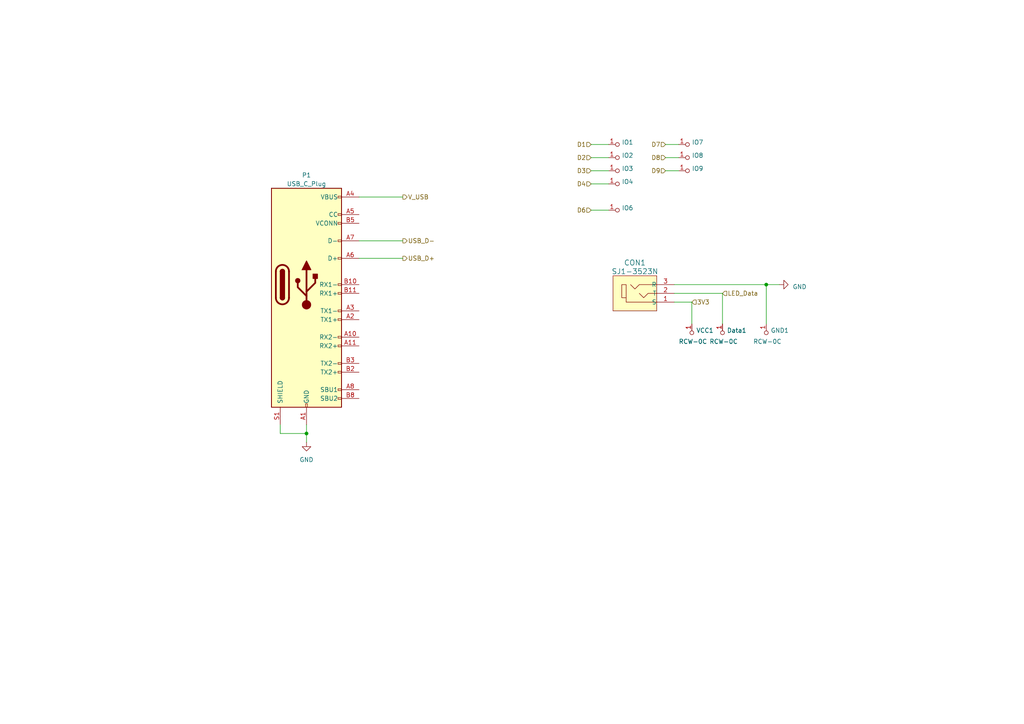
<source format=kicad_sch>
(kicad_sch (version 20230121) (generator eeschema)
  (paper "A4")
  (lib_symbols
    (symbol "Connector:USB_C_Plug" (pin_names (offset 1.016))
      (property "Reference" "P" (at -10.16 29.21 0))
      (property "Value" "USB_C_Plug" (at 10.16 29.21 0))
      (symbol "USB_C_Plug_0_0"
        (rectangle (start -0.254 -35.56) (end 0.254 -34.544))
        (rectangle (start 10.16 -32.766) (end 9.144 -33.274))
        (rectangle (start 10.16 -30.226) (end 9.144 -30.734))
        (rectangle (start 10.16 -25.146) (end 9.144 -25.654))
        (rectangle (start 10.16 -22.606) (end 9.144 -23.114))
        (rectangle (start 10.16 -17.526) (end 9.144 -18.034))
        (rectangle (start 10.16 -14.986) (end 9.144 -15.494))
        (rectangle (start 10.16 -9.906) (end 9.144 -10.414))
        (rectangle (start 10.16 -7.366) (end 9.144 -7.874))
        (rectangle (start 10.16 -2.286) (end 9.144 -2.794))
        (rectangle (start 10.16 0.254) (end 9.144 -0.254))
        (rectangle (start 10.16 7.874) (end 9.144 7.366))
        (rectangle (start 10.16 12.954) (end 9.144 12.446))
        (rectangle (start 10.16 18.034) (end 9.144 17.526))
        (rectangle (start 10.16 20.574) (end 9.144 20.066))
        (rectangle (start 10.16 25.654) (end 9.144 25.146))
      )
      (symbol "USB_C_Plug_0_1"
        (rectangle (start -10.16 27.94) (end 10.16 -35.56) (stroke (width 0.254)) (fill (type background)))
        (arc (start -8.89 -3.81) (mid -6.985 -5.7067) (end -5.08 -3.81) (stroke (width 0.508)))
        (arc (start -7.62 -3.81) (mid -6.985 -4.4423) (end -6.35 -3.81) (stroke (width 0.254)))
        (arc (start -7.62 -3.81) (mid -6.985 -4.4423) (end -6.35 -3.81) (stroke (width 0.254)) (fill (type outline)))
        (rectangle (start -7.62 -3.81) (end -6.35 3.81) (stroke (width 0.254)) (fill (type outline)))
        (arc (start -6.35 3.81) (mid -6.985 4.4423) (end -7.62 3.81) (stroke (width 0.254)))
        (arc (start -6.35 3.81) (mid -6.985 4.4423) (end -7.62 3.81) (stroke (width 0.254)) (fill (type outline)))
        (arc (start -5.08 3.81) (mid -6.985 5.7067) (end -8.89 3.81) (stroke (width 0.508)))
        (polyline (pts (xy -8.89 -3.81) (xy -8.89 3.81)) (stroke (width 0.508)))
        (polyline (pts (xy -5.08 3.81) (xy -5.08 -3.81)) (stroke (width 0.508)))
      )
      (symbol "USB_C_Plug_1_1"
        (circle (center -2.54 1.143) (radius 0.635) (stroke (width 0.254)) (fill (type outline)))
        (circle (center 0 -5.842) (radius 1.27) (fill (type outline)))
        (polyline (pts (xy 0 -5.842) (xy 0 4.318)) (stroke (width 0.508)))
        (polyline (pts (xy 0 -3.302) (xy -2.54 -0.762) (xy -2.54 0.508)) (stroke (width 0.508)))
        (polyline (pts (xy 0 -2.032) (xy 2.54 0.508) (xy 2.54 1.778)) (stroke (width 0.508)))
        (polyline (pts (xy -1.27 4.318) (xy 0 6.858) (xy 1.27 4.318) (xy -1.27 4.318)) (stroke (width 0.254)) (fill (type outline)))
        (rectangle (start 1.905 1.778) (end 3.175 3.048) (stroke (width 0.254)) (fill (type outline)))
        (pin passive line (at 0 -40.64 90) (length 5.08) (name "GND") (number "A1"))
        (pin bidirectional line (at 15.24 -15.24 180) (length 5.08) (name "RX2-") (number "A10"))
        (pin bidirectional line (at 15.24 -17.78 180) (length 5.08) (name "RX2+") (number "A11"))
        (pin passive line (at 0 -40.64 90) (length 5.08) hide (name "GND") (number "A12"))
        (pin bidirectional line (at 15.24 -10.16 180) (length 5.08) (name "TX1+") (number "A2"))
        (pin bidirectional line (at 15.24 -7.62 180) (length 5.08) (name "TX1-") (number "A3"))
        (pin passive line (at 15.24 25.4 180) (length 5.08) (name "VBUS") (number "A4"))
        (pin bidirectional line (at 15.24 20.32 180) (length 5.08) (name "CC") (number "A5"))
        (pin bidirectional line (at 15.24 7.62 180) (length 5.08) (name "D+") (number "A6"))
        (pin bidirectional line (at 15.24 12.7 180) (length 5.08) (name "D-") (number "A7"))
        (pin bidirectional line (at 15.24 -30.48 180) (length 5.08) (name "SBU1") (number "A8"))
        (pin passive line (at 15.24 25.4 180) (length 5.08) hide (name "VBUS") (number "A9"))
        (pin passive line (at 0 -40.64 90) (length 5.08) hide (name "GND") (number "B1"))
        (pin bidirectional line (at 15.24 0 180) (length 5.08) (name "RX1-") (number "B10"))
        (pin bidirectional line (at 15.24 -2.54 180) (length 5.08) (name "RX1+") (number "B11"))
        (pin passive line (at 0 -40.64 90) (length 5.08) hide (name "GND") (number "B12"))
        (pin bidirectional line (at 15.24 -25.4 180) (length 5.08) (name "TX2+") (number "B2"))
        (pin bidirectional line (at 15.24 -22.86 180) (length 5.08) (name "TX2-") (number "B3"))
        (pin passive line (at 15.24 25.4 180) (length 5.08) hide (name "VBUS") (number "B4"))
        (pin bidirectional line (at 15.24 17.78 180) (length 5.08) (name "VCONN") (number "B5"))
        (pin bidirectional line (at 15.24 -33.02 180) (length 5.08) (name "SBU2") (number "B8"))
        (pin passive line (at 15.24 25.4 180) (length 5.08) hide (name "VBUS") (number "B9"))
        (pin passive line (at -7.62 -40.64 90) (length 5.08) (name "SHIELD") (number "S1"))
      )
    )
    (symbol "dk_Barrel-Audio-Connectors:SJ1-3523N" (pin_names (offset 0.0508))
      (property "Reference" "CON" (at -7.62 6.35 0))
      (property "Value" "SJ1-3523N" (at -1.27 -6.35 0))
      (symbol "SJ1-3523N_0_1"
        (polyline (pts (xy 5.08 0) (xy 2.54 0) (xy 1.27 -1.27) (xy 0 0)))
        (polyline (pts (xy 5.08 2.54) (xy 0 2.54) (xy -1.27 1.27) (xy -2.54 2.54)))
        (polyline (pts (xy 5.08 -2.54) (xy -3.81 -2.54) (xy -3.81 2.54) (xy -5.08 2.54) (xy -5.08 -1.27) (xy -3.81 -1.27)))
        (rectangle (start 5.08 5.08) (end -7.62 -5.08) (fill (type background)))
      )
      (symbol "SJ1-3523N_1_1"
        (pin passive line (at 10.16 -2.54 180) (length 5.08) (name "S") (number "1"))
        (pin passive line (at 10.16 0 180) (length 5.08) (name "T") (number "2"))
        (pin passive line (at 10.16 2.54 180) (length 5.08) (name "R") (number "3"))
      )
    )
    (symbol "dk_Test-Points:1508-0-57-15-00-00-03-0" (pin_names (offset 1.016))
      (property "Reference" "TP" (at -2.54 1.27 0))
      (property "Value" "1508-0-57-15-00-00-03-0" (at 0 -2.54 0))
      (symbol "1508-0-57-15-00-00-03-0_0_1"
        (circle (center 0 0) (radius 0.5588))
      )
      (symbol "1508-0-57-15-00-00-03-0_1_1"
        (pin passive line (at 0 2.54 270) (length 1.905) (name "~") (number "1"))
      )
    )
    (symbol "dk_Test-Points:RCW-0C" (pin_names (offset 1.016))
      (property "Reference" "TP" (at -2.54 1.27 0))
      (property "Value" "RCW-0C" (at 0 -2.54 0))
      (symbol "RCW-0C_1_1"
        (circle (center 0 0) (radius 0.5588))
        (pin passive line (at 0 2.54 270) (length 1.905) (name "~") (number "1"))
      )
    )
    (symbol "power:GND" (power) (pin_names (offset 0))
      (property "Value" "GND" (at 0 -3.81 0))
      (symbol "GND_0_1"
        (polyline (pts (xy 0 0) (xy 0 -1.27) (xy 1.27 -1.27) (xy 0 -2.54) (xy -1.27 -1.27) (xy 0 -1.27)))
      )
      (symbol "GND_1_1"
        (pin power_in line (at 0 0 270) (length 0) hide (name "GND") (number "1"))
      )
    )
  )
  (junction (at 222.25 82.55))
  (junction (at 88.9 125.73))
  (wire (pts (xy 226.06 82.55) (xy 222.25 82.55)))
  (wire (pts (xy 171.45 45.72) (xy 176.53 45.72)))
  (wire (pts (xy 104.14 69.85) (xy 116.84 69.85)))
  (wire (pts (xy 195.58 85.09) (xy 209.55 85.09)))
  (wire (pts (xy 104.14 57.15) (xy 116.84 57.15)))
  (wire (pts (xy 195.58 87.63) (xy 200.66 87.63)))
  (wire (pts (xy 209.55 85.09) (xy 209.55 93.98)))
  (wire (pts (xy 222.25 82.55) (xy 222.25 93.98)))
  (wire (pts (xy 193.04 49.53) (xy 196.85 49.53)))
  (wire (pts (xy 88.9 125.73) (xy 88.9 128.27)))
  (wire (pts (xy 195.58 82.55) (xy 222.25 82.55)))
  (wire (pts (xy 104.14 74.93) (xy 116.84 74.93)))
  (wire (pts (xy 193.04 45.72) (xy 196.85 45.72)))
  (wire (pts (xy 81.28 125.73) (xy 88.9 125.73)))
  (wire (pts (xy 171.45 60.96) (xy 176.53 60.96)))
  (wire (pts (xy 171.45 49.53) (xy 176.53 49.53)))
  (wire (pts (xy 171.45 53.34) (xy 176.53 53.34)))
  (wire (pts (xy 81.28 123.19) (xy 81.28 125.73)))
  (wire (pts (xy 193.04 41.91) (xy 196.85 41.91)))
  (wire (pts (xy 200.66 87.63) (xy 200.66 93.98)))
  (wire (pts (xy 88.9 123.19) (xy 88.9 125.73)))
  (wire (pts (xy 171.45 41.91) (xy 176.53 41.91)))
  (hierarchical_label "USB_D+" (shape output) (at 116.84 74.93 0) (property "Intersheetrefs" "${INTERSHEET_REFS}" (effects hide)))
  (hierarchical_label "D2" (shape input) (at 171.45 45.72 180))
  (hierarchical_label "V_USB" (shape output) (at 116.84 57.15 0) (property "Intersheetrefs" "${INTERSHEET_REFS}" (effects hide)))
  (hierarchical_label "USB_D-" (shape output) (at 116.84 69.85 0) (property "Intersheetrefs" "${INTERSHEET_REFS}" (effects hide)))
  (hierarchical_label "D8" (shape input) (at 193.04 45.72 180))
  (hierarchical_label "D9" (shape input) (at 193.04 49.53 180))
  (hierarchical_label "LED_Data" (shape input) (at 209.55 85.09 0) (property "Intersheetrefs" "${INTERSHEET_REFS}" (effects hide)))
  (hierarchical_label "D6" (shape input) (at 171.45 60.96 180))
  (hierarchical_label "3V3" (shape input) (at 200.66 87.63 0) (property "Intersheetrefs" "${INTERSHEET_REFS}" (effects hide)))
  (hierarchical_label "D4" (shape input) (at 171.45 53.34 180))
  (hierarchical_label "D7" (shape input) (at 193.04 41.91 180))
  (hierarchical_label "D3" (shape input) (at 171.45 49.53 180))
  (hierarchical_label "D1" (shape input) (at 171.45 41.91 180))
  (symbol (lib_id "dk_Test-Points:1508-0-57-15-00-00-03-0") (at 179.07 45.72 90) (unit 1)
    (property "Reference" "IO2" (at 180.34 45.085 90) (effects (justify right)))
    (property "Value" "1508-0-57-15-00-00-03-0" (effects hide))
    (property "Footprint" "digikey-footprints:Test-Point-Pin_Drill2.79mm" (effects hide))
    (property "Datasheet" "https://www.mill-max.com/assets/pdfs/224.pdf" (effects hide))
    (property "Digi-Key_PN" "ED1088CT-ND" (effects hide))
    (property "MPN" "1508-0-57-15-00-00-03-0" (effects hide))
    (property "Category" "Test and Measurement" (effects hide))
    (property "Family" "Test Points" (effects hide))
    (property "DK_Datasheet_Link" "https://www.mill-max.com/assets/pdfs/224.pdf" (effects hide))
    (property "DK_Detail_Page" "/product-detail/en/mill-max-manufacturing-corp/1508-0-57-15-00-00-03-0/ED1088CT-ND/3029225" (effects hide))
    (property "Description" "TESTPOINT PIN SMD" (effects hide))
    (property "Manufacturer" "Mill-Max Manufacturing Corp." (effects hide))
    (property "Status" "Active" (effects hide))
  )
  (symbol (lib_id "dk_Test-Points:1508-0-57-15-00-00-03-0") (at 179.07 53.34 90) (unit 1)
    (property "Reference" "IO4" (at 180.34 52.705 90) (effects (justify right)))
    (property "Value" "1508-0-57-15-00-00-03-0" (effects hide))
    (property "Footprint" "digikey-footprints:Test-Point-Pin_Drill2.79mm" (effects hide))
    (property "Datasheet" "https://www.mill-max.com/assets/pdfs/224.pdf" (effects hide))
    (property "Digi-Key_PN" "ED1088CT-ND" (effects hide))
    (property "MPN" "1508-0-57-15-00-00-03-0" (effects hide))
    (property "Category" "Test and Measurement" (effects hide))
    (property "Family" "Test Points" (effects hide))
    (property "DK_Datasheet_Link" "https://www.mill-max.com/assets/pdfs/224.pdf" (effects hide))
    (property "DK_Detail_Page" "/product-detail/en/mill-max-manufacturing-corp/1508-0-57-15-00-00-03-0/ED1088CT-ND/3029225" (effects hide))
    (property "Description" "TESTPOINT PIN SMD" (effects hide))
    (property "Manufacturer" "Mill-Max Manufacturing Corp." (effects hide))
    (property "Status" "Active" (effects hide))
  )
  (symbol (lib_id "power:GND") (at 226.06 82.55 90) (unit 1)
    (property "Reference" "#PWR03" (effects hide))
    (property "Value" "GND" (at 229.87 83.185 90) (effects (justify right)))
  )
  (symbol (lib_id "dk_Test-Points:1508-0-57-15-00-00-03-0") (at 199.39 41.91 90) (unit 1)
    (property "Reference" "IO7" (at 200.66 41.275 90) (effects (justify right)))
    (property "Value" "1508-0-57-15-00-00-03-0" (effects hide))
    (property "Footprint" "digikey-footprints:Test-Point-Pin_Drill2.79mm" (effects hide))
    (property "Datasheet" "https://www.mill-max.com/assets/pdfs/224.pdf" (effects hide))
    (property "Digi-Key_PN" "ED1088CT-ND" (effects hide))
    (property "MPN" "1508-0-57-15-00-00-03-0" (effects hide))
    (property "Category" "Test and Measurement" (effects hide))
    (property "Family" "Test Points" (effects hide))
    (property "DK_Datasheet_Link" "https://www.mill-max.com/assets/pdfs/224.pdf" (effects hide))
    (property "DK_Detail_Page" "/product-detail/en/mill-max-manufacturing-corp/1508-0-57-15-00-00-03-0/ED1088CT-ND/3029225" (effects hide))
    (property "Description" "TESTPOINT PIN SMD" (effects hide))
    (property "Manufacturer" "Mill-Max Manufacturing Corp." (effects hide))
    (property "Status" "Active" (effects hide))
  )
  (symbol (lib_id "dk_Test-Points:1508-0-57-15-00-00-03-0") (at 199.39 49.53 90) (unit 1)
    (property "Reference" "IO9" (at 200.66 48.895 90) (effects (justify right)))
    (property "Value" "1508-0-57-15-00-00-03-0" (effects hide))
    (property "Footprint" "digikey-footprints:Test-Point-Pin_Drill2.79mm" (effects hide))
    (property "Datasheet" "https://www.mill-max.com/assets/pdfs/224.pdf" (effects hide))
    (property "Digi-Key_PN" "ED1088CT-ND" (effects hide))
    (property "MPN" "1508-0-57-15-00-00-03-0" (effects hide))
    (property "Category" "Test and Measurement" (effects hide))
    (property "Family" "Test Points" (effects hide))
    (property "DK_Datasheet_Link" "https://www.mill-max.com/assets/pdfs/224.pdf" (effects hide))
    (property "DK_Detail_Page" "/product-detail/en/mill-max-manufacturing-corp/1508-0-57-15-00-00-03-0/ED1088CT-ND/3029225" (effects hide))
    (property "Description" "TESTPOINT PIN SMD" (effects hide))
    (property "Manufacturer" "Mill-Max Manufacturing Corp." (effects hide))
    (property "Status" "Active" (effects hide))
  )
  (symbol (lib_id "Connector:USB_C_Plug") (at 88.9 82.55 0) (unit 1)
    (property "Reference" "P1" (at 88.9 50.8 0))
    (property "Value" "USB_C_Plug" (at 88.9 53.34 0))
    (property "Footprint" "digikey-footprints:USB-C_Female_E8124-015-01" (effects hide))
    (property "Datasheet" "https://www.usb.org/sites/default/files/documents/usb_type-c.zip" (effects hide))
  )
  (symbol (lib_id "dk_Test-Points:1508-0-57-15-00-00-03-0") (at 179.07 41.91 90) (unit 1)
    (property "Reference" "IO1" (at 180.34 41.275 90) (effects (justify right)))
    (property "Value" "1508-0-57-15-00-00-03-0" (effects hide))
    (property "Footprint" "digikey-footprints:Test-Point-Pin_Drill2.79mm" (effects hide))
    (property "Datasheet" "https://www.mill-max.com/assets/pdfs/224.pdf" (effects hide))
    (property "Digi-Key_PN" "ED1088CT-ND" (effects hide))
    (property "MPN" "1508-0-57-15-00-00-03-0" (effects hide))
    (property "Category" "Test and Measurement" (effects hide))
    (property "Family" "Test Points" (effects hide))
    (property "DK_Datasheet_Link" "https://www.mill-max.com/assets/pdfs/224.pdf" (effects hide))
    (property "DK_Detail_Page" "/product-detail/en/mill-max-manufacturing-corp/1508-0-57-15-00-00-03-0/ED1088CT-ND/3029225" (effects hide))
    (property "Description" "TESTPOINT PIN SMD" (effects hide))
    (property "Manufacturer" "Mill-Max Manufacturing Corp." (effects hide))
    (property "Status" "Active" (effects hide))
  )
  (symbol (lib_id "dk_Test-Points:1508-0-57-15-00-00-03-0") (at 199.39 45.72 90) (unit 1)
    (property "Reference" "IO8" (at 200.66 45.085 90) (effects (justify right)))
    (property "Value" "1508-0-57-15-00-00-03-0" (effects hide))
    (property "Footprint" "digikey-footprints:Test-Point-Pin_Drill2.79mm" (effects hide))
    (property "Datasheet" "https://www.mill-max.com/assets/pdfs/224.pdf" (effects hide))
    (property "Digi-Key_PN" "ED1088CT-ND" (effects hide))
    (property "MPN" "1508-0-57-15-00-00-03-0" (effects hide))
    (property "Category" "Test and Measurement" (effects hide))
    (property "Family" "Test Points" (effects hide))
    (property "DK_Datasheet_Link" "https://www.mill-max.com/assets/pdfs/224.pdf" (effects hide))
    (property "DK_Detail_Page" "/product-detail/en/mill-max-manufacturing-corp/1508-0-57-15-00-00-03-0/ED1088CT-ND/3029225" (effects hide))
    (property "Description" "TESTPOINT PIN SMD" (effects hide))
    (property "Manufacturer" "Mill-Max Manufacturing Corp." (effects hide))
    (property "Status" "Active" (effects hide))
  )
  (symbol (lib_id "dk_Test-Points:RCW-0C") (at 209.55 96.52 0) (unit 1)
    (property "Reference" "Data1" (at 210.82 95.8469 0) (effects (justify left)))
    (property "Value" "RCW-0C" (at 205.74 99.06 0) (effects (justify left)))
    (property "Footprint" "digikey-footprints:PROBE_PAD_1206" (effects hide))
    (property "Datasheet" "https://www.te.com/commerce/DocumentDelivery/DDEController?Action=srchrtrv&DocNm=1773266&DocType=DS&DocLang=English" (effects hide))
    (property "Digi-Key_PN" "A106146CT-ND" (effects hide))
    (property "MPN" "RCW-0C" (effects hide))
    (property "Category" "Test and Measurement" (effects hide))
    (property "Family" "Test Points" (effects hide))
    (property "DK_Datasheet_Link" "https://www.te.com/commerce/DocumentDelivery/DDEController?Action=srchrtrv&DocNm=1773266&DocType=DS&DocLang=English" (effects hide))
    (property "DK_Detail_Page" "/product-detail/en/te-connectivity-amp-connectors/RCW-0C/A106146CT-ND/3477803" (effects hide))
    (property "Description" "PC TEST POINT NATURAL" (effects hide))
    (property "Manufacturer" "TE Connectivity AMP Connectors" (effects hide))
    (property "Status" "Active" (effects hide))
  )
  (symbol (lib_id "dk_Test-Points:1508-0-57-15-00-00-03-0") (at 179.07 49.53 90) (unit 1)
    (property "Reference" "IO3" (at 180.34 48.895 90) (effects (justify right)))
    (property "Value" "1508-0-57-15-00-00-03-0" (effects hide))
    (property "Footprint" "digikey-footprints:Test-Point-Pin_Drill2.79mm" (effects hide))
    (property "Datasheet" "https://www.mill-max.com/assets/pdfs/224.pdf" (effects hide))
    (property "Digi-Key_PN" "ED1088CT-ND" (effects hide))
    (property "MPN" "1508-0-57-15-00-00-03-0" (effects hide))
    (property "Category" "Test and Measurement" (effects hide))
    (property "Family" "Test Points" (effects hide))
    (property "DK_Datasheet_Link" "https://www.mill-max.com/assets/pdfs/224.pdf" (effects hide))
    (property "DK_Detail_Page" "/product-detail/en/mill-max-manufacturing-corp/1508-0-57-15-00-00-03-0/ED1088CT-ND/3029225" (effects hide))
    (property "Description" "TESTPOINT PIN SMD" (effects hide))
    (property "Manufacturer" "Mill-Max Manufacturing Corp." (effects hide))
    (property "Status" "Active" (effects hide))
  )
  (symbol (lib_id "dk_Test-Points:1508-0-57-15-00-00-03-0") (at 179.07 60.96 90) (unit 1)
    (property "Reference" "IO6" (at 180.34 60.325 90) (effects (justify right)))
    (property "Value" "1508-0-57-15-00-00-03-0" (effects hide))
    (property "Footprint" "digikey-footprints:Test-Point-Pin_Drill2.79mm" (effects hide))
    (property "Datasheet" "https://www.mill-max.com/assets/pdfs/224.pdf" (effects hide))
    (property "Digi-Key_PN" "ED1088CT-ND" (effects hide))
    (property "MPN" "1508-0-57-15-00-00-03-0" (effects hide))
    (property "Category" "Test and Measurement" (effects hide))
    (property "Family" "Test Points" (effects hide))
    (property "DK_Datasheet_Link" "https://www.mill-max.com/assets/pdfs/224.pdf" (effects hide))
    (property "DK_Detail_Page" "/product-detail/en/mill-max-manufacturing-corp/1508-0-57-15-00-00-03-0/ED1088CT-ND/3029225" (effects hide))
    (property "Description" "TESTPOINT PIN SMD" (effects hide))
    (property "Manufacturer" "Mill-Max Manufacturing Corp." (effects hide))
    (property "Status" "Active" (effects hide))
  )
  (symbol (lib_id "dk_Test-Points:RCW-0C") (at 200.66 96.52 0) (unit 1)
    (property "Reference" "VCC1" (at 201.93 95.8469 0) (effects (justify left)))
    (property "Value" "RCW-0C" (at 196.85 99.06 0) (effects (justify left)))
    (property "Footprint" "digikey-footprints:PROBE_PAD_1206" (effects hide))
    (property "Datasheet" "https://www.te.com/commerce/DocumentDelivery/DDEController?Action=srchrtrv&DocNm=1773266&DocType=DS&DocLang=English" (effects hide))
    (property "Digi-Key_PN" "A106146CT-ND" (effects hide))
    (property "MPN" "RCW-0C" (effects hide))
    (property "Category" "Test and Measurement" (effects hide))
    (property "Family" "Test Points" (effects hide))
    (property "DK_Datasheet_Link" "https://www.te.com/commerce/DocumentDelivery/DDEController?Action=srchrtrv&DocNm=1773266&DocType=DS&DocLang=English" (effects hide))
    (property "DK_Detail_Page" "/product-detail/en/te-connectivity-amp-connectors/RCW-0C/A106146CT-ND/3477803" (effects hide))
    (property "Description" "PC TEST POINT NATURAL" (effects hide))
    (property "Manufacturer" "TE Connectivity AMP Connectors" (effects hide))
    (property "Status" "Active" (effects hide))
  )
  (symbol (lib_id "dk_Barrel-Audio-Connectors:SJ1-3523N") (at 185.42 85.09 0) (unit 1)
    (property "Reference" "CON1" (at 184.15 76.2 0) (effects (font (size 1.524 1.524))))
    (property "Value" "SJ1-3523N" (at 184.15 78.74 0) (effects (font (size 1.524 1.524))))
    (property "Footprint" "digikey-footprints:Headphone_Jack_3.5mm_SJ1-3523N" (effects hide))
    (property "Datasheet" "https://www.cui.com/product/resource/digikeypdf/sj1-352xn_series.pdf" (effects hide))
    (property "Digi-Key_PN" "CP1-3523N-ND" (effects hide))
    (property "MPN" "SJ1-3523N" (effects hide))
    (property "Category" "Connectors, Interconnects" (effects hide))
    (property "Family" "Barrel - Audio Connectors" (effects hide))
    (property "DK_Datasheet_Link" "https://www.cui.com/product/resource/digikeypdf/sj1-352xn_series.pdf" (effects hide))
    (property "DK_Detail_Page" "/product-detail/en/cui-inc/SJ1-3523N/CP1-3523N-ND/738689" (effects hide))
    (property "Description" "CONN JACK STEREO 3.5MM R/A" (effects hide))
    (property "Manufacturer" "CUI Inc." (effects hide))
    (property "Status" "Active" (effects hide))
  )
  (symbol (lib_id "power:GND") (at 88.9 128.27 0) (unit 1)
    (property "Reference" "#PWR02" (effects hide))
    (property "Value" "GND" (at 88.9 133.35 0))
  )
  (symbol (lib_id "dk_Test-Points:RCW-0C") (at 222.25 96.52 0) (unit 1)
    (property "Reference" "GND1" (at 223.52 95.8469 0) (effects (justify left)))
    (property "Value" "RCW-0C" (at 218.44 99.06 0) (effects (justify left)))
    (property "Footprint" "digikey-footprints:PROBE_PAD_1206" (effects hide))
    (property "Datasheet" "https://www.te.com/commerce/DocumentDelivery/DDEController?Action=srchrtrv&DocNm=1773266&DocType=DS&DocLang=English" (effects hide))
    (property "Digi-Key_PN" "A106146CT-ND" (effects hide))
    (property "MPN" "RCW-0C" (effects hide))
    (property "Category" "Test and Measurement" (effects hide))
    (property "Family" "Test Points" (effects hide))
    (property "DK_Datasheet_Link" "https://www.te.com/commerce/DocumentDelivery/DDEController?Action=srchrtrv&DocNm=1773266&DocType=DS&DocLang=English" (effects hide))
    (property "DK_Detail_Page" "/product-detail/en/te-connectivity-amp-connectors/RCW-0C/A106146CT-ND/3477803" (effects hide))
    (property "Description" "PC TEST POINT NATURAL" (effects hide))
    (property "Manufacturer" "TE Connectivity AMP Connectors" (effects hide))
    (property "Status" "Active" (effects hide))
  )
)
</source>
